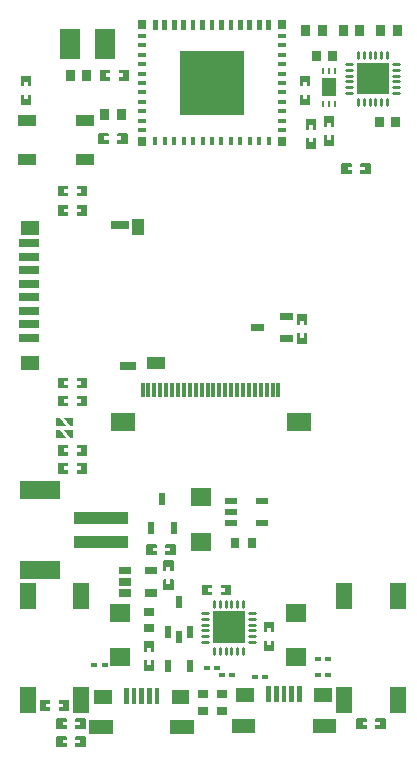
<source format=gtp>
G04 Layer: TopPasteMaskLayer*
G04 EasyEDA v6.4.32, 2022-03-05 12:23:48*
G04 1b2e3b3a17c3449da9e352887ce741fa,292cea30c40f4109b391fbfe46d023fa,10*
G04 Gerber Generator version 0.2*
G04 Scale: 100 percent, Rotated: No, Reflected: No *
G04 Dimensions in millimeters *
G04 leading zeros omitted , absolute positions ,4 integer and 5 decimal *
%FSLAX45Y45*%
%MOMM*%

%ADD18C,0.2800*%
%ADD20R,1.0000X0.6000*%
%ADD21R,1.8000X2.6000*%
%ADD22R,1.8000X1.6000*%
%ADD23R,0.5000X0.4000*%
%ADD24R,0.3000X1.3000*%
%ADD25R,2.0000X1.6000*%
%ADD26R,4.5999X1.0008*%
%ADD27R,3.4011X1.6002*%
%ADD29R,0.6000X1.0700*%
%ADD31R,2.7000X2.7000*%
%ADD32R,0.8000X0.4000*%
%ADD33R,0.4000X0.8000*%
%ADD38R,1.4000X2.2000*%
%ADD39R,1.5000X1.0000*%
%ADD40R,0.2800X0.5050*%
%ADD41R,1.2000X1.5000*%
%ADD42R,1.7500X0.7000*%
%ADD43R,1.5000X1.3000*%
%ADD44R,1.0000X1.4500*%
%ADD45R,1.5000X0.8000*%
%ADD46R,1.4000X0.8000*%
%ADD50R,0.8000X0.9000*%
%ADD51R,0.9000X0.8000*%

%LPD*%
G36*
X2474620Y-1596593D02*
G01*
X2469591Y-1601622D01*
X2469591Y-1681581D01*
X2474620Y-1686610D01*
X2554579Y-1686610D01*
X2559608Y-1681581D01*
X2559608Y-1601622D01*
X2554579Y-1596593D01*
X2531821Y-1596593D01*
X2531821Y-1633626D01*
X2498801Y-1633626D01*
X2498801Y-1596593D01*
G37*
G36*
X2474620Y-1437589D02*
G01*
X2469591Y-1442618D01*
X2469591Y-1521612D01*
X2474620Y-1526590D01*
X2498801Y-1526590D01*
X2498801Y-1488592D01*
X2531821Y-1488592D01*
X2531821Y-1526590D01*
X2554579Y-1526590D01*
X2559608Y-1521612D01*
X2559608Y-1442618D01*
X2554579Y-1437589D01*
G37*
G36*
X2627020Y-1412189D02*
G01*
X2621991Y-1417218D01*
X2621991Y-1497177D01*
X2627020Y-1502206D01*
X2649778Y-1502206D01*
X2649778Y-1465173D01*
X2682798Y-1465173D01*
X2682798Y-1502206D01*
X2706979Y-1502206D01*
X2712008Y-1497177D01*
X2712008Y-1417218D01*
X2706979Y-1412189D01*
G37*
G36*
X2627020Y-1572209D02*
G01*
X2621991Y-1577187D01*
X2621991Y-1656181D01*
X2627020Y-1661210D01*
X2706979Y-1661210D01*
X2712008Y-1656181D01*
X2712008Y-1577187D01*
X2706979Y-1572209D01*
X2682798Y-1572209D01*
X2682798Y-1610207D01*
X2649778Y-1610207D01*
X2649778Y-1572209D01*
G37*
G36*
X890422Y-1021791D02*
G01*
X885393Y-1026820D01*
X885393Y-1049578D01*
X922426Y-1049578D01*
X922426Y-1082598D01*
X885393Y-1082598D01*
X885393Y-1106779D01*
X890422Y-1111808D01*
X970381Y-1111808D01*
X975410Y-1106779D01*
X975410Y-1026820D01*
X970381Y-1021791D01*
G37*
G36*
X731418Y-1021791D02*
G01*
X726389Y-1026820D01*
X726389Y-1106779D01*
X731418Y-1111808D01*
X810412Y-1111808D01*
X815390Y-1106779D01*
X815390Y-1082598D01*
X777392Y-1082598D01*
X777392Y-1049578D01*
X815390Y-1049578D01*
X815390Y-1026820D01*
X810412Y-1021791D01*
G37*
G36*
X61620Y-1069289D02*
G01*
X56591Y-1074318D01*
X56591Y-1154277D01*
X61620Y-1159306D01*
X84378Y-1159306D01*
X84378Y-1122273D01*
X117398Y-1122273D01*
X117398Y-1159306D01*
X141579Y-1159306D01*
X146608Y-1154277D01*
X146608Y-1074318D01*
X141579Y-1069289D01*
G37*
G36*
X61620Y-1229309D02*
G01*
X56591Y-1234287D01*
X56591Y-1313281D01*
X61620Y-1318310D01*
X141579Y-1318310D01*
X146608Y-1313281D01*
X146608Y-1234287D01*
X141579Y-1229309D01*
X117398Y-1229309D01*
X117398Y-1267307D01*
X84378Y-1267307D01*
X84378Y-1229309D01*
G37*
G36*
X2398420Y-3088589D02*
G01*
X2393391Y-3093618D01*
X2393391Y-3173577D01*
X2398420Y-3178606D01*
X2421178Y-3178606D01*
X2421178Y-3141573D01*
X2454198Y-3141573D01*
X2454198Y-3178606D01*
X2478379Y-3178606D01*
X2483408Y-3173577D01*
X2483408Y-3093618D01*
X2478379Y-3088589D01*
G37*
G36*
X2398420Y-3248609D02*
G01*
X2393391Y-3253587D01*
X2393391Y-3332581D01*
X2398420Y-3337610D01*
X2478379Y-3337610D01*
X2483408Y-3332581D01*
X2483408Y-3253587D01*
X2478379Y-3248609D01*
X2454198Y-3248609D01*
X2454198Y-3286607D01*
X2421178Y-3286607D01*
X2421178Y-3248609D01*
G37*
G36*
X223418Y-6355791D02*
G01*
X218389Y-6360820D01*
X218389Y-6440779D01*
X223418Y-6445808D01*
X303377Y-6445808D01*
X308406Y-6440779D01*
X308406Y-6418021D01*
X271373Y-6418021D01*
X271373Y-6385001D01*
X308406Y-6385001D01*
X308406Y-6360820D01*
X303377Y-6355791D01*
G37*
G36*
X383387Y-6355791D02*
G01*
X378409Y-6360820D01*
X378409Y-6385001D01*
X416407Y-6385001D01*
X416407Y-6418021D01*
X378409Y-6418021D01*
X378409Y-6440779D01*
X383387Y-6445808D01*
X462381Y-6445808D01*
X467410Y-6440779D01*
X467410Y-6360820D01*
X462381Y-6355791D01*
G37*
G36*
X2903118Y-6508191D02*
G01*
X2898089Y-6513220D01*
X2898089Y-6593179D01*
X2903118Y-6598208D01*
X2983077Y-6598208D01*
X2988106Y-6593179D01*
X2988106Y-6570421D01*
X2951124Y-6570421D01*
X2951124Y-6537401D01*
X2988106Y-6537401D01*
X2988106Y-6513220D01*
X2983077Y-6508191D01*
G37*
G36*
X3063087Y-6508191D02*
G01*
X3058109Y-6513220D01*
X3058109Y-6537401D01*
X3096107Y-6537401D01*
X3096107Y-6570421D01*
X3058109Y-6570421D01*
X3058109Y-6593179D01*
X3063087Y-6598208D01*
X3142081Y-6598208D01*
X3147110Y-6593179D01*
X3147110Y-6513220D01*
X3142081Y-6508191D01*
G37*
G36*
X2119020Y-5851093D02*
G01*
X2113991Y-5856122D01*
X2113991Y-5936081D01*
X2119020Y-5941110D01*
X2198979Y-5941110D01*
X2204008Y-5936081D01*
X2204008Y-5856122D01*
X2198979Y-5851093D01*
X2176221Y-5851093D01*
X2176221Y-5888126D01*
X2143201Y-5888126D01*
X2143201Y-5851093D01*
G37*
G36*
X2119020Y-5692089D02*
G01*
X2113991Y-5697118D01*
X2113991Y-5776112D01*
X2119020Y-5781090D01*
X2143201Y-5781090D01*
X2143201Y-5743092D01*
X2176221Y-5743092D01*
X2176221Y-5781090D01*
X2198979Y-5781090D01*
X2204008Y-5776112D01*
X2204008Y-5697118D01*
X2198979Y-5692089D01*
G37*
G36*
X2776118Y-1809191D02*
G01*
X2771089Y-1814220D01*
X2771089Y-1894179D01*
X2776118Y-1899208D01*
X2856077Y-1899208D01*
X2861106Y-1894179D01*
X2861106Y-1871421D01*
X2824124Y-1871421D01*
X2824124Y-1838401D01*
X2861106Y-1838401D01*
X2861106Y-1814220D01*
X2856077Y-1809191D01*
G37*
G36*
X2936087Y-1809191D02*
G01*
X2931109Y-1814220D01*
X2931109Y-1838401D01*
X2969107Y-1838401D01*
X2969107Y-1871421D01*
X2931109Y-1871421D01*
X2931109Y-1894179D01*
X2936087Y-1899208D01*
X3015081Y-1899208D01*
X3020110Y-1894179D01*
X3020110Y-1814220D01*
X3015081Y-1809191D01*
G37*
G36*
X1754022Y-5377891D02*
G01*
X1748993Y-5382920D01*
X1748993Y-5405678D01*
X1786026Y-5405678D01*
X1786026Y-5438698D01*
X1748993Y-5438698D01*
X1748993Y-5462879D01*
X1754022Y-5467908D01*
X1833981Y-5467908D01*
X1839010Y-5462879D01*
X1839010Y-5382920D01*
X1833981Y-5377891D01*
G37*
G36*
X1595018Y-5377891D02*
G01*
X1589989Y-5382920D01*
X1589989Y-5462879D01*
X1595018Y-5467908D01*
X1674012Y-5467908D01*
X1678990Y-5462879D01*
X1678990Y-5438698D01*
X1640992Y-5438698D01*
X1640992Y-5405678D01*
X1678990Y-5405678D01*
X1678990Y-5382920D01*
X1674012Y-5377891D01*
G37*
G36*
X363118Y-6508191D02*
G01*
X358089Y-6513220D01*
X358089Y-6593179D01*
X363118Y-6598208D01*
X443077Y-6598208D01*
X448106Y-6593179D01*
X448106Y-6570421D01*
X411073Y-6570421D01*
X411073Y-6537401D01*
X448106Y-6537401D01*
X448106Y-6513220D01*
X443077Y-6508191D01*
G37*
G36*
X523087Y-6508191D02*
G01*
X518109Y-6513220D01*
X518109Y-6537401D01*
X556107Y-6537401D01*
X556107Y-6570421D01*
X518109Y-6570421D01*
X518109Y-6593179D01*
X523087Y-6598208D01*
X602081Y-6598208D01*
X607110Y-6593179D01*
X607110Y-6513220D01*
X602081Y-6508191D01*
G37*
G36*
X877722Y-1555191D02*
G01*
X872693Y-1560220D01*
X872693Y-1582978D01*
X909726Y-1582978D01*
X909726Y-1615998D01*
X872693Y-1615998D01*
X872693Y-1640179D01*
X877722Y-1645208D01*
X957681Y-1645208D01*
X962710Y-1640179D01*
X962710Y-1560220D01*
X957681Y-1555191D01*
G37*
G36*
X718718Y-1555191D02*
G01*
X713689Y-1560220D01*
X713689Y-1640179D01*
X718718Y-1645208D01*
X797712Y-1645208D01*
X802690Y-1640179D01*
X802690Y-1615998D01*
X764692Y-1615998D01*
X764692Y-1582978D01*
X802690Y-1582978D01*
X802690Y-1560220D01*
X797712Y-1555191D01*
G37*
G36*
X363118Y-6660591D02*
G01*
X358089Y-6665620D01*
X358089Y-6745579D01*
X363118Y-6750608D01*
X443077Y-6750608D01*
X448106Y-6745579D01*
X448106Y-6722821D01*
X411073Y-6722821D01*
X411073Y-6689801D01*
X448106Y-6689801D01*
X448106Y-6665620D01*
X443077Y-6660591D01*
G37*
G36*
X523087Y-6660591D02*
G01*
X518109Y-6665620D01*
X518109Y-6689801D01*
X556107Y-6689801D01*
X556107Y-6722821D01*
X518109Y-6722821D01*
X518109Y-6745579D01*
X523087Y-6750608D01*
X602081Y-6750608D01*
X607110Y-6745579D01*
X607110Y-6665620D01*
X602081Y-6660591D01*
G37*
G36*
X1103020Y-5857189D02*
G01*
X1097991Y-5862218D01*
X1097991Y-5942177D01*
X1103020Y-5947206D01*
X1125778Y-5947206D01*
X1125778Y-5910173D01*
X1158798Y-5910173D01*
X1158798Y-5947206D01*
X1182979Y-5947206D01*
X1188008Y-5942177D01*
X1188008Y-5862218D01*
X1182979Y-5857189D01*
G37*
G36*
X1103020Y-6017209D02*
G01*
X1097991Y-6022187D01*
X1097991Y-6101181D01*
X1103020Y-6106210D01*
X1182979Y-6106210D01*
X1188008Y-6101181D01*
X1188008Y-6022187D01*
X1182979Y-6017209D01*
X1158798Y-6017209D01*
X1158798Y-6055207D01*
X1125778Y-6055207D01*
X1125778Y-6017209D01*
G37*
G36*
X534822Y-4349191D02*
G01*
X529793Y-4354220D01*
X529793Y-4376978D01*
X566826Y-4376978D01*
X566826Y-4409998D01*
X529793Y-4409998D01*
X529793Y-4434179D01*
X534822Y-4439208D01*
X614781Y-4439208D01*
X619810Y-4434179D01*
X619810Y-4354220D01*
X614781Y-4349191D01*
G37*
G36*
X375818Y-4349191D02*
G01*
X370789Y-4354220D01*
X370789Y-4434179D01*
X375818Y-4439208D01*
X454812Y-4439208D01*
X459790Y-4434179D01*
X459790Y-4409998D01*
X421792Y-4409998D01*
X421792Y-4376978D01*
X459790Y-4376978D01*
X459790Y-4354220D01*
X454812Y-4349191D01*
G37*
G36*
X1268120Y-5171389D02*
G01*
X1263091Y-5176418D01*
X1263091Y-5256377D01*
X1268120Y-5261406D01*
X1290878Y-5261406D01*
X1290878Y-5224373D01*
X1323898Y-5224373D01*
X1323898Y-5261406D01*
X1348079Y-5261406D01*
X1353108Y-5256377D01*
X1353108Y-5176418D01*
X1348079Y-5171389D01*
G37*
G36*
X1268120Y-5331409D02*
G01*
X1263091Y-5336387D01*
X1263091Y-5415381D01*
X1268120Y-5420410D01*
X1348079Y-5420410D01*
X1353108Y-5415381D01*
X1353108Y-5336387D01*
X1348079Y-5331409D01*
X1323898Y-5331409D01*
X1323898Y-5369407D01*
X1290878Y-5369407D01*
X1290878Y-5331409D01*
G37*
G36*
X534822Y-4196791D02*
G01*
X529793Y-4201820D01*
X529793Y-4224578D01*
X566826Y-4224578D01*
X566826Y-4257598D01*
X529793Y-4257598D01*
X529793Y-4281779D01*
X534822Y-4286808D01*
X614781Y-4286808D01*
X619810Y-4281779D01*
X619810Y-4201820D01*
X614781Y-4196791D01*
G37*
G36*
X375818Y-4196791D02*
G01*
X370789Y-4201820D01*
X370789Y-4281779D01*
X375818Y-4286808D01*
X454812Y-4286808D01*
X459790Y-4281779D01*
X459790Y-4257598D01*
X421792Y-4257598D01*
X421792Y-4224578D01*
X459790Y-4224578D01*
X459790Y-4201820D01*
X454812Y-4196791D01*
G37*
G36*
X2423820Y-1069289D02*
G01*
X2418791Y-1074318D01*
X2418791Y-1154277D01*
X2423820Y-1159306D01*
X2446578Y-1159306D01*
X2446578Y-1122273D01*
X2479598Y-1122273D01*
X2479598Y-1159306D01*
X2503779Y-1159306D01*
X2508808Y-1154277D01*
X2508808Y-1074318D01*
X2503779Y-1069289D01*
G37*
G36*
X2423820Y-1229309D02*
G01*
X2418791Y-1234287D01*
X2418791Y-1313281D01*
X2423820Y-1318310D01*
X2503779Y-1318310D01*
X2508808Y-1313281D01*
X2508808Y-1234287D01*
X2503779Y-1229309D01*
X2479598Y-1229309D01*
X2479598Y-1267307D01*
X2446578Y-1267307D01*
X2446578Y-1229309D01*
G37*
G36*
X534822Y-3777691D02*
G01*
X529793Y-3782720D01*
X529793Y-3805478D01*
X566826Y-3805478D01*
X566826Y-3838498D01*
X529793Y-3838498D01*
X529793Y-3862679D01*
X534822Y-3867708D01*
X614781Y-3867708D01*
X619810Y-3862679D01*
X619810Y-3782720D01*
X614781Y-3777691D01*
G37*
G36*
X375818Y-3777691D02*
G01*
X370789Y-3782720D01*
X370789Y-3862679D01*
X375818Y-3867708D01*
X454812Y-3867708D01*
X459790Y-3862679D01*
X459790Y-3838498D01*
X421792Y-3838498D01*
X421792Y-3805478D01*
X459790Y-3805478D01*
X459790Y-3782720D01*
X454812Y-3777691D01*
G37*
G36*
X534822Y-3625291D02*
G01*
X529793Y-3630320D01*
X529793Y-3653078D01*
X566826Y-3653078D01*
X566826Y-3686098D01*
X529793Y-3686098D01*
X529793Y-3710279D01*
X534822Y-3715308D01*
X614781Y-3715308D01*
X619810Y-3710279D01*
X619810Y-3630320D01*
X614781Y-3625291D01*
G37*
G36*
X375818Y-3625291D02*
G01*
X370789Y-3630320D01*
X370789Y-3710279D01*
X375818Y-3715308D01*
X454812Y-3715308D01*
X459790Y-3710279D01*
X459790Y-3686098D01*
X421792Y-3686098D01*
X421792Y-3653078D01*
X459790Y-3653078D01*
X459790Y-3630320D01*
X454812Y-3625291D01*
G37*
G36*
X375818Y-2164791D02*
G01*
X370789Y-2169820D01*
X370789Y-2249779D01*
X375818Y-2254808D01*
X455777Y-2254808D01*
X460806Y-2249779D01*
X460806Y-2227021D01*
X423773Y-2227021D01*
X423773Y-2194001D01*
X460806Y-2194001D01*
X460806Y-2169820D01*
X455777Y-2164791D01*
G37*
G36*
X535787Y-2164791D02*
G01*
X530809Y-2169820D01*
X530809Y-2194001D01*
X568807Y-2194001D01*
X568807Y-2227021D01*
X530809Y-2227021D01*
X530809Y-2249779D01*
X535787Y-2254808D01*
X614781Y-2254808D01*
X619810Y-2249779D01*
X619810Y-2169820D01*
X614781Y-2164791D01*
G37*
G36*
X1125118Y-5034991D02*
G01*
X1120089Y-5040020D01*
X1120089Y-5119979D01*
X1125118Y-5125008D01*
X1205077Y-5125008D01*
X1210106Y-5119979D01*
X1210106Y-5097221D01*
X1173073Y-5097221D01*
X1173073Y-5064201D01*
X1210106Y-5064201D01*
X1210106Y-5040020D01*
X1205077Y-5034991D01*
G37*
G36*
X1285087Y-5034991D02*
G01*
X1280109Y-5040020D01*
X1280109Y-5064201D01*
X1318107Y-5064201D01*
X1318107Y-5097221D01*
X1280109Y-5097221D01*
X1280109Y-5119979D01*
X1285087Y-5125008D01*
X1364081Y-5125008D01*
X1369110Y-5119979D01*
X1369110Y-5040020D01*
X1364081Y-5034991D01*
G37*
G36*
X375818Y-1999691D02*
G01*
X370789Y-2004720D01*
X370789Y-2084679D01*
X375818Y-2089708D01*
X455777Y-2089708D01*
X460806Y-2084679D01*
X460806Y-2061921D01*
X423773Y-2061921D01*
X423773Y-2028901D01*
X460806Y-2028901D01*
X460806Y-2004720D01*
X455777Y-1999691D01*
G37*
G36*
X535787Y-1999691D02*
G01*
X530809Y-2004720D01*
X530809Y-2028901D01*
X568807Y-2028901D01*
X568807Y-2061921D01*
X530809Y-2061921D01*
X530809Y-2084679D01*
X535787Y-2089708D01*
X614781Y-2089708D01*
X619810Y-2084679D01*
X619810Y-2004720D01*
X614781Y-1999691D01*
G37*
D18*
X1691131Y-5966399D02*
G01*
X1691131Y-5914400D01*
X1741119Y-5966399D02*
G01*
X1741119Y-5914400D01*
X1791131Y-5966399D02*
G01*
X1791131Y-5914400D01*
X1841119Y-5966399D02*
G01*
X1841119Y-5914400D01*
X1891131Y-5966399D02*
G01*
X1891131Y-5914400D01*
X1941118Y-5966399D02*
G01*
X1941118Y-5914400D01*
X1990125Y-5865393D02*
G01*
X2042124Y-5865393D01*
X1990125Y-5815406D02*
G01*
X2042124Y-5815406D01*
X1990125Y-5765393D02*
G01*
X2042124Y-5765393D01*
X1990125Y-5715406D02*
G01*
X2042124Y-5715406D01*
X1990125Y-5665393D02*
G01*
X2042124Y-5665393D01*
X1990125Y-5615406D02*
G01*
X2042124Y-5615406D01*
X1941118Y-5566399D02*
G01*
X1941118Y-5514400D01*
X1891131Y-5566399D02*
G01*
X1891131Y-5514400D01*
X1841119Y-5566399D02*
G01*
X1841119Y-5514400D01*
X1791131Y-5566399D02*
G01*
X1791131Y-5514400D01*
X1741119Y-5566399D02*
G01*
X1741119Y-5514400D01*
X1691919Y-5566399D02*
G01*
X1691919Y-5514400D01*
X1590126Y-5615406D02*
G01*
X1642125Y-5615406D01*
X1590126Y-5665393D02*
G01*
X1642125Y-5665393D01*
X1590126Y-5715406D02*
G01*
X1642125Y-5715406D01*
X1590126Y-5765393D02*
G01*
X1642125Y-5765393D01*
X1590126Y-5815406D02*
G01*
X1642125Y-5815406D01*
X1590126Y-5865393D02*
G01*
X1642125Y-5865393D01*
X2910306Y-1266200D02*
G01*
X2910306Y-1318199D01*
X2960293Y-1266200D02*
G01*
X2960293Y-1318199D01*
X3010306Y-1266200D02*
G01*
X3010306Y-1318199D01*
X3060293Y-1266200D02*
G01*
X3060293Y-1318199D01*
X3110306Y-1266200D02*
G01*
X3110306Y-1318199D01*
X3160293Y-1266200D02*
G01*
X3160293Y-1318199D01*
X3209300Y-1217193D02*
G01*
X3261299Y-1217193D01*
X3209300Y-1167206D02*
G01*
X3261299Y-1167206D01*
X3209300Y-1117193D02*
G01*
X3261299Y-1117193D01*
X3209300Y-1067206D02*
G01*
X3261299Y-1067206D01*
X3209300Y-1017193D02*
G01*
X3261299Y-1017193D01*
X3209300Y-967206D02*
G01*
X3261299Y-967206D01*
X3160293Y-866200D02*
G01*
X3160293Y-918199D01*
X3110306Y-866200D02*
G01*
X3110306Y-918199D01*
X3060293Y-866200D02*
G01*
X3060293Y-918199D01*
X3010306Y-866200D02*
G01*
X3010306Y-918199D01*
X2960293Y-866200D02*
G01*
X2960293Y-918199D01*
X2911093Y-866200D02*
G01*
X2911093Y-918199D01*
X2809300Y-967206D02*
G01*
X2861299Y-967206D01*
X2809300Y-1017193D02*
G01*
X2861299Y-1017193D01*
X2809300Y-1067206D02*
G01*
X2861299Y-1067206D01*
X2809300Y-1117193D02*
G01*
X2861299Y-1117193D01*
X2809300Y-1167206D02*
G01*
X2861299Y-1167206D01*
X2809300Y-1217193D02*
G01*
X2861299Y-1217193D01*
D20*
G01*
X2098522Y-4667504D03*
G01*
X2098522Y-4857495D03*
G01*
X1838502Y-4857495D03*
G01*
X1838502Y-4762500D03*
G01*
X1838502Y-4667504D03*
D21*
G01*
X772413Y-800100D03*
G01*
X472186Y-800100D03*
D22*
G01*
X901700Y-5993892D03*
G01*
X901700Y-5613907D03*
G01*
X2387600Y-5993892D03*
G01*
X2387600Y-5613907D03*
G01*
X1587500Y-5015992D03*
G01*
X1587500Y-4636007D03*
D23*
G01*
X678179Y-6057900D03*
G01*
X769620Y-6057900D03*
G01*
X2037079Y-6159500D03*
G01*
X2128520Y-6159500D03*
G01*
X1849120Y-6146800D03*
G01*
X1757679Y-6146800D03*
G01*
X2661920Y-6007100D03*
G01*
X2570479Y-6007100D03*
G01*
X1630679Y-6083300D03*
G01*
X1722120Y-6083300D03*
G01*
X2661920Y-6146800D03*
G01*
X2570479Y-6146800D03*
D24*
G01*
X2238679Y-3734155D03*
G01*
X2188692Y-3734155D03*
G01*
X2138679Y-3734155D03*
G01*
X2088692Y-3734155D03*
G01*
X2038680Y-3734155D03*
G01*
X1988693Y-3734155D03*
G01*
X1938680Y-3734155D03*
G01*
X1888693Y-3734155D03*
G01*
X1838680Y-3734155D03*
G01*
X1788693Y-3734155D03*
G01*
X1738680Y-3734155D03*
G01*
X1688693Y-3734155D03*
G01*
X1638680Y-3734155D03*
G01*
X1588693Y-3734155D03*
G01*
X1538681Y-3734155D03*
G01*
X1488694Y-3734155D03*
G01*
X1438681Y-3734155D03*
G01*
X1388694Y-3734155D03*
G01*
X1338681Y-3734155D03*
G01*
X1288694Y-3734155D03*
G01*
X1238681Y-3734155D03*
G01*
X1188694Y-3734155D03*
G01*
X1138681Y-3734155D03*
G01*
X1088694Y-3734155D03*
D25*
G01*
X918895Y-4004310D03*
G01*
X2408885Y-4004310D03*
G36*
X359410Y-3967987D02*
G01*
X389381Y-3967987D01*
X439381Y-4033012D01*
X359410Y-4033012D01*
G37*
G36*
X503681Y-4033012D02*
G01*
X473710Y-4033012D01*
X423583Y-3967987D01*
X503681Y-3967987D01*
G37*
G36*
X359410Y-4069587D02*
G01*
X389381Y-4069587D01*
X439381Y-4134612D01*
X359410Y-4134612D01*
G37*
G36*
X503681Y-4134612D02*
G01*
X473710Y-4134612D01*
X423583Y-4069587D01*
X503681Y-4069587D01*
G37*
D26*
G01*
X739267Y-5013960D03*
G01*
X739267Y-4815839D03*
D27*
G01*
X218439Y-5255260D03*
G01*
X218439Y-4574539D03*
G36*
X2254399Y-3265396D02*
G01*
X2361399Y-3265396D01*
X2361399Y-3325395D01*
X2254399Y-3325395D01*
G37*
G36*
X2254399Y-3075404D02*
G01*
X2361399Y-3075404D01*
X2361399Y-3135403D01*
X2254399Y-3135403D01*
G37*
G36*
X2007400Y-3170400D02*
G01*
X2114400Y-3170400D01*
X2114400Y-3230399D01*
X2007400Y-3230399D01*
G37*
D29*
G01*
X1302004Y-5774994D03*
G01*
X1491995Y-5774994D03*
G01*
X1397000Y-5528005D03*
G01*
X1302004Y-6067094D03*
G01*
X1491995Y-6067094D03*
G01*
X1397000Y-5820105D03*
D31*
G01*
X1817370Y-5740400D03*
D32*
G01*
X1086408Y-730300D03*
G01*
X1086408Y-810310D03*
G01*
X1086408Y-890295D03*
G01*
X1086408Y-970305D03*
G01*
X1086408Y-1050289D03*
G01*
X1086408Y-1130300D03*
G01*
X1086408Y-1210310D03*
G01*
X1086408Y-1290294D03*
G01*
X1086408Y-1370304D03*
G01*
X1086408Y-1450289D03*
G01*
X1086408Y-1530299D03*
D33*
G01*
X1196390Y-1620291D03*
G01*
X1276400Y-1620291D03*
G01*
X1356410Y-1620291D03*
G01*
X1436395Y-1620291D03*
G01*
X1516405Y-1620291D03*
G01*
X1596389Y-1620291D03*
G01*
X1676400Y-1620291D03*
G01*
X1756410Y-1620291D03*
G01*
X1836394Y-1620291D03*
G01*
X1916404Y-1620291D03*
G01*
X1996389Y-1620291D03*
G01*
X2076399Y-1620291D03*
G01*
X2156409Y-1620291D03*
D32*
G01*
X2266391Y-1530299D03*
G01*
X2266391Y-1450289D03*
G01*
X2266391Y-1370304D03*
G01*
X2266391Y-1290294D03*
G01*
X2266391Y-1210310D03*
G01*
X2266391Y-1130300D03*
G01*
X2266391Y-1050289D03*
G01*
X2266391Y-970305D03*
G01*
X2266391Y-890295D03*
G01*
X2266391Y-810310D03*
G01*
X2266391Y-730300D03*
G36*
X2136399Y-600301D02*
G01*
X2176399Y-600301D01*
X2176399Y-680300D01*
X2136399Y-680300D01*
G37*
G36*
X2056399Y-600301D02*
G01*
X2096399Y-600301D01*
X2096399Y-680300D01*
X2056399Y-680300D01*
G37*
G36*
X1976399Y-600301D02*
G01*
X2016399Y-600301D01*
X2016399Y-680300D01*
X1976399Y-680300D01*
G37*
G36*
X1896399Y-600301D02*
G01*
X1936399Y-600301D01*
X1936399Y-680300D01*
X1896399Y-680300D01*
G37*
G36*
X1816399Y-600301D02*
G01*
X1856399Y-600301D01*
X1856399Y-680300D01*
X1816399Y-680300D01*
G37*
G36*
X1736399Y-600301D02*
G01*
X1776399Y-600301D01*
X1776399Y-680300D01*
X1736399Y-680300D01*
G37*
G36*
X1656400Y-600301D02*
G01*
X1696399Y-600301D01*
X1696399Y-680300D01*
X1656400Y-680300D01*
G37*
G36*
X1576400Y-600301D02*
G01*
X1616400Y-600301D01*
X1616400Y-680300D01*
X1576400Y-680300D01*
G37*
G36*
X1496400Y-600301D02*
G01*
X1536400Y-600301D01*
X1536400Y-680300D01*
X1496400Y-680300D01*
G37*
G36*
X1416400Y-600301D02*
G01*
X1456400Y-600301D01*
X1456400Y-680300D01*
X1416400Y-680300D01*
G37*
G36*
X1336400Y-600301D02*
G01*
X1376400Y-600301D01*
X1376400Y-680300D01*
X1336400Y-680300D01*
G37*
G36*
X1256400Y-600301D02*
G01*
X1296400Y-600301D01*
X1296400Y-680300D01*
X1256400Y-680300D01*
G37*
G36*
X1176401Y-600301D02*
G01*
X1216400Y-600301D01*
X1216400Y-680300D01*
X1176401Y-680300D01*
G37*
G36*
X1406400Y-860300D02*
G01*
X1946399Y-860300D01*
X1946399Y-1400299D01*
X1406400Y-1400299D01*
G37*
G36*
X2236398Y-600298D02*
G01*
X2306401Y-600298D01*
X2306401Y-670300D01*
X2236398Y-670300D01*
G37*
G36*
X2236398Y-1590299D02*
G01*
X2306401Y-1590299D01*
X2306401Y-1660301D01*
X2236398Y-1660301D01*
G37*
G36*
X1046398Y-1590299D02*
G01*
X1116401Y-1590299D01*
X1116401Y-1660301D01*
X1046398Y-1660301D01*
G37*
G36*
X1046398Y-600298D02*
G01*
X1116401Y-600298D01*
X1116401Y-670300D01*
X1046398Y-670300D01*
G37*
G36*
X886800Y-5225300D02*
G01*
X992799Y-5225300D01*
X992799Y-5290299D01*
X886800Y-5290299D01*
G37*
G36*
X886800Y-5320296D02*
G01*
X992799Y-5320296D01*
X992799Y-5385297D01*
X886800Y-5385297D01*
G37*
G36*
X886800Y-5415292D02*
G01*
X992799Y-5415292D01*
X992799Y-5480293D01*
X886800Y-5480293D01*
G37*
G36*
X1106789Y-5415292D02*
G01*
X1212789Y-5415292D01*
X1212789Y-5480293D01*
X1106789Y-5480293D01*
G37*
G36*
X1106789Y-5225300D02*
G01*
X1212789Y-5225300D01*
X1212789Y-5290299D01*
X1106789Y-5290299D01*
G37*
D29*
G01*
X1162304Y-4898694D03*
G01*
X1352295Y-4898694D03*
G01*
X1257300Y-4651705D03*
D38*
G01*
X567893Y-6358204D03*
G01*
X567893Y-5478195D03*
G01*
X117906Y-5478195D03*
G01*
X117906Y-6358204D03*
G01*
X3247593Y-6358204D03*
G01*
X3247593Y-5478195D03*
G01*
X2797606Y-5478195D03*
G01*
X2797606Y-6358204D03*
G36*
X2901543Y-957198D02*
G01*
X3171545Y-957198D01*
X3171545Y-1227201D01*
X2901543Y-1227201D01*
G37*
G36*
X525548Y-1397993D02*
G01*
X675662Y-1397993D01*
X675662Y-1497815D01*
X525548Y-1497815D01*
G37*
G36*
X525548Y-1727995D02*
G01*
X675662Y-1727995D01*
X675662Y-1827817D01*
X525548Y-1827817D01*
G37*
G36*
X35674Y-1727995D02*
G01*
X185534Y-1727995D01*
X185534Y-1827817D01*
X35674Y-1827817D01*
G37*
G36*
X35674Y-1397993D02*
G01*
X185534Y-1397993D01*
X185534Y-1497815D01*
X35674Y-1497815D01*
G37*
D40*
G01*
X2717012Y-1025652D03*
G01*
X2667025Y-1025652D03*
G01*
X2617012Y-1025652D03*
G01*
X2617012Y-1311147D03*
G01*
X2667025Y-1311147D03*
G01*
X2717012Y-1311147D03*
D41*
G01*
X2667025Y-1168400D03*
D42*
G01*
X127000Y-2489200D03*
G01*
X127000Y-2603500D03*
G01*
X127000Y-2717800D03*
G01*
X127000Y-2832100D03*
G01*
X127000Y-3289300D03*
G01*
X127000Y-3175000D03*
G01*
X127000Y-3060700D03*
G01*
X127000Y-2946400D03*
D43*
G01*
X139700Y-2362200D03*
G01*
X139700Y-3505200D03*
D39*
G01*
X1206500Y-3505200D03*
D44*
G01*
X1054100Y-2349500D03*
D45*
G01*
X901700Y-2336800D03*
D46*
G01*
X965200Y-3530600D03*
G36*
X1322882Y-6525356D02*
G01*
X1522882Y-6525356D01*
X1522882Y-6645356D01*
X1322882Y-6645356D01*
G37*
G36*
X636117Y-6525356D02*
G01*
X836117Y-6525356D01*
X836117Y-6645356D01*
X636117Y-6645356D01*
G37*
G36*
X930640Y-6250348D02*
G01*
X970640Y-6250348D01*
X970640Y-6385349D01*
X930640Y-6385349D01*
G37*
G36*
X995641Y-6250348D02*
G01*
X1035641Y-6250348D01*
X1035641Y-6385349D01*
X995641Y-6385349D01*
G37*
G36*
X1060640Y-6250348D02*
G01*
X1100640Y-6250348D01*
X1100640Y-6385349D01*
X1060640Y-6385349D01*
G37*
G36*
X1125641Y-6250348D02*
G01*
X1165641Y-6250348D01*
X1165641Y-6385349D01*
X1125641Y-6385349D01*
G37*
G36*
X1190640Y-6250348D02*
G01*
X1230640Y-6250348D01*
X1230640Y-6385349D01*
X1190640Y-6385349D01*
G37*
G36*
X675639Y-6267851D02*
G01*
X825642Y-6267851D01*
X825642Y-6387851D01*
X675639Y-6387851D01*
G37*
G36*
X1335638Y-6267853D02*
G01*
X1485640Y-6267853D01*
X1485640Y-6387853D01*
X1335638Y-6387853D01*
G37*
G36*
X2529382Y-6512656D02*
G01*
X2729382Y-6512656D01*
X2729382Y-6632656D01*
X2529382Y-6632656D01*
G37*
G36*
X1842617Y-6512656D02*
G01*
X2042617Y-6512656D01*
X2042617Y-6632656D01*
X1842617Y-6632656D01*
G37*
G36*
X2137140Y-6237648D02*
G01*
X2177140Y-6237648D01*
X2177140Y-6372649D01*
X2137140Y-6372649D01*
G37*
G36*
X2202141Y-6237648D02*
G01*
X2242141Y-6237648D01*
X2242141Y-6372649D01*
X2202141Y-6372649D01*
G37*
G36*
X2267140Y-6237648D02*
G01*
X2307140Y-6237648D01*
X2307140Y-6372649D01*
X2267140Y-6372649D01*
G37*
G36*
X2332141Y-6237648D02*
G01*
X2372141Y-6237648D01*
X2372141Y-6372649D01*
X2332141Y-6372649D01*
G37*
G36*
X2397140Y-6237648D02*
G01*
X2437140Y-6237648D01*
X2437140Y-6372649D01*
X2397140Y-6372649D01*
G37*
G36*
X1882139Y-6255151D02*
G01*
X2032142Y-6255151D01*
X2032142Y-6375151D01*
X1882139Y-6375151D01*
G37*
G36*
X2542138Y-6255153D02*
G01*
X2692140Y-6255153D01*
X2692140Y-6375153D01*
X2542138Y-6375153D01*
G37*
D50*
G01*
X1873097Y-5029200D03*
G01*
X2013102Y-5029200D03*
D51*
G01*
X1765300Y-6305397D03*
G01*
X1765300Y-6445402D03*
G01*
X1600200Y-6305397D03*
G01*
X1600200Y-6445402D03*
G36*
X2569999Y-640798D02*
G01*
X2649999Y-640798D01*
X2649999Y-730801D01*
X2569999Y-730801D01*
G37*
G36*
X2430000Y-640798D02*
G01*
X2510000Y-640798D01*
X2510000Y-730801D01*
X2430000Y-730801D01*
G37*
G36*
X576099Y-1021798D02*
G01*
X656099Y-1021798D01*
X656099Y-1111801D01*
X576099Y-1111801D01*
G37*
G36*
X436100Y-1021798D02*
G01*
X516100Y-1021798D01*
X516100Y-1111801D01*
X436100Y-1111801D01*
G37*
G36*
X868199Y-1351998D02*
G01*
X948199Y-1351998D01*
X948199Y-1442001D01*
X868199Y-1442001D01*
G37*
G36*
X728200Y-1351998D02*
G01*
X808200Y-1351998D01*
X808200Y-1442001D01*
X728200Y-1442001D01*
G37*
G36*
X2887499Y-640798D02*
G01*
X2967499Y-640798D01*
X2967499Y-730801D01*
X2887499Y-730801D01*
G37*
G36*
X2747500Y-640798D02*
G01*
X2827500Y-640798D01*
X2827500Y-730801D01*
X2747500Y-730801D01*
G37*
G36*
X3204999Y-640798D02*
G01*
X3284999Y-640798D01*
X3284999Y-730801D01*
X3204999Y-730801D01*
G37*
G36*
X3065000Y-640798D02*
G01*
X3145000Y-640798D01*
X3145000Y-730801D01*
X3065000Y-730801D01*
G37*
G36*
X3192299Y-1415498D02*
G01*
X3272299Y-1415498D01*
X3272299Y-1505501D01*
X3192299Y-1505501D01*
G37*
G36*
X3052300Y-1415498D02*
G01*
X3132300Y-1415498D01*
X3132300Y-1505501D01*
X3052300Y-1505501D01*
G37*
G01*
X1143000Y-5606897D03*
G01*
X1143000Y-5746902D03*
G36*
X2658899Y-856698D02*
G01*
X2738899Y-856698D01*
X2738899Y-946701D01*
X2658899Y-946701D01*
G37*
G36*
X2518900Y-856698D02*
G01*
X2598900Y-856698D01*
X2598900Y-946701D01*
X2518900Y-946701D01*
G37*
M02*

</source>
